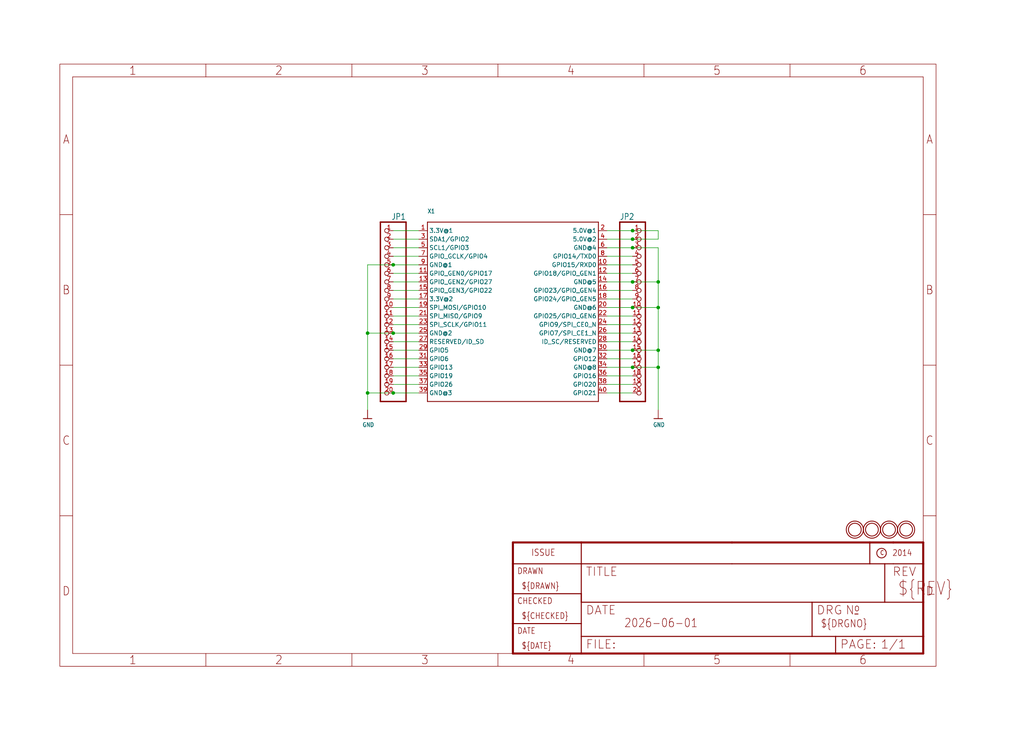
<source format=kicad_sch>
(kicad_sch (version 20230121) (generator eeschema)
  (paper "User" 304.267 217.322)
  (lib_symbols
    (symbol "working-eagle-import:FRAME_A4"
      (symbol "FRAME_A4_1_0"
        (polyline (pts (xy 0 44.7675) (xy 3.81 44.7675)))
        (polyline (pts (xy 0 89.535) (xy 3.81 89.535)))
        (polyline (pts (xy 0 134.3025) (xy 3.81 134.3025)))
        (polyline (pts (xy 3.81 3.81) (xy 3.81 175.26)))
        (polyline (pts (xy 43.3917 0) (xy 43.3917 3.81)))
        (polyline (pts (xy 43.3917 175.26) (xy 43.3917 179.07)))
        (polyline (pts (xy 86.7833 0) (xy 86.7833 3.81)))
        (polyline (pts (xy 86.7833 175.26) (xy 86.7833 179.07)))
        (polyline (pts (xy 130.175 0) (xy 130.175 3.81)))
        (polyline (pts (xy 130.175 175.26) (xy 130.175 179.07)))
        (polyline (pts (xy 173.5667 0) (xy 173.5667 3.81)))
        (polyline (pts (xy 173.5667 175.26) (xy 173.5667 179.07)))
        (polyline (pts (xy 216.9583 0) (xy 216.9583 3.81)))
        (polyline (pts (xy 216.9583 175.26) (xy 216.9583 179.07)))
        (polyline (pts (xy 256.54 3.81) (xy 3.81 3.81)))
        (polyline (pts (xy 256.54 3.81) (xy 256.54 8.89)) (stroke (width 0.1016)))
        (polyline (pts (xy 256.54 3.81) (xy 256.54 175.26)))
        (polyline (pts (xy 256.54 8.89) (xy 256.54 13.97)) (stroke (width 0.1016)))
        (polyline (pts (xy 256.54 13.97) (xy 256.54 19.05)) (stroke (width 0.1016)))
        (polyline (pts (xy 256.54 19.05) (xy 256.54 36.83)) (stroke (width 0.1016)))
        (polyline (pts (xy 256.54 44.7675) (xy 260.35 44.7675)))
        (polyline (pts (xy 256.54 89.535) (xy 260.35 89.535)))
        (polyline (pts (xy 256.54 134.3025) (xy 260.35 134.3025)))
        (polyline (pts (xy 256.54 175.26) (xy 3.81 175.26)))
        (polyline (pts (xy 0 0) (xy 260.35 0) (xy 260.35 179.07) (xy 0 179.07) (xy 0 0)))
        (text "1" (at 21.6958 1.905 0) (effects (font (size 2.54 2.286))))
        (text "1" (at 21.6958 177.165 0) (effects (font (size 2.54 2.286))))
        (text "2" (at 65.0875 1.905 0) (effects (font (size 2.54 2.286))))
        (text "2" (at 65.0875 177.165 0) (effects (font (size 2.54 2.286))))
        (text "3" (at 108.4792 1.905 0) (effects (font (size 2.54 2.286))))
        (text "3" (at 108.4792 177.165 0) (effects (font (size 2.54 2.286))))
        (text "4" (at 151.8708 1.905 0) (effects (font (size 2.54 2.286))))
        (text "4" (at 151.8708 177.165 0) (effects (font (size 2.54 2.286))))
        (text "5" (at 195.2625 1.905 0) (effects (font (size 2.54 2.286))))
        (text "5" (at 195.2625 177.165 0) (effects (font (size 2.54 2.286))))
        (text "6" (at 238.6542 1.905 0) (effects (font (size 2.54 2.286))))
        (text "6" (at 238.6542 177.165 0) (effects (font (size 2.54 2.286))))
        (text "A" (at 1.905 156.6863 0) (effects (font (size 2.54 2.286))))
        (text "A" (at 258.445 156.6863 0) (effects (font (size 2.54 2.286))))
        (text "B" (at 1.905 111.9188 0) (effects (font (size 2.54 2.286))))
        (text "B" (at 258.445 111.9188 0) (effects (font (size 2.54 2.286))))
        (text "C" (at 1.905 67.1513 0) (effects (font (size 2.54 2.286))))
        (text "C" (at 258.445 67.1513 0) (effects (font (size 2.54 2.286))))
        (text "D" (at 1.905 22.3838 0) (effects (font (size 2.54 2.286))))
        (text "D" (at 258.445 22.3838 0) (effects (font (size 2.54 2.286))))
      )
      (symbol "FRAME_A4_2_0"
        (polyline (pts (xy 0 1.27) (xy 20.32 1.27)) (stroke (width 0.6096)))
        (polyline (pts (xy 0 10.16) (xy 0 1.27)) (stroke (width 0.6096)))
        (polyline (pts (xy 0 10.16) (xy 20.32 10.16)) (stroke (width 0.3048)))
        (polyline (pts (xy 0 19.05) (xy 0 10.16)) (stroke (width 0.6096)))
        (polyline (pts (xy 0 19.05) (xy 20.32 19.05)) (stroke (width 0.3048)))
        (polyline (pts (xy 0 27.94) (xy 0 19.05)) (stroke (width 0.6096)))
        (polyline (pts (xy 0 27.94) (xy 20.32 27.94)) (stroke (width 0.3048)))
        (polyline (pts (xy 0 34.29) (xy 0 27.94)) (stroke (width 0.6096)))
        (polyline (pts (xy 20.32 1.27) (xy 20.32 6.35)) (stroke (width 0.3048)))
        (polyline (pts (xy 20.32 1.27) (xy 95.885 1.27)) (stroke (width 0.6096)))
        (polyline (pts (xy 20.32 6.35) (xy 20.32 10.16)) (stroke (width 0.3048)))
        (polyline (pts (xy 20.32 6.35) (xy 88.9 6.35)) (stroke (width 0.3048)))
        (polyline (pts (xy 20.32 10.16) (xy 20.32 19.05)) (stroke (width 0.3048)))
        (polyline (pts (xy 20.32 16.51) (xy 20.32 19.05)) (stroke (width 0.3048)))
        (polyline (pts (xy 20.32 19.05) (xy 20.32 27.94)) (stroke (width 0.3048)))
        (polyline (pts (xy 20.32 27.94) (xy 20.32 34.29)) (stroke (width 0.3048)))
        (polyline (pts (xy 20.32 27.94) (xy 65.0875 27.94)) (stroke (width 0.3048)))
        (polyline (pts (xy 20.32 34.29) (xy 0 34.29)) (stroke (width 0.6096)))
        (polyline (pts (xy 65.0875 27.94) (xy 106.045 27.94)) (stroke (width 0.3048)))
        (polyline (pts (xy 65.0875 34.29) (xy 20.32 34.29)) (stroke (width 0.6096)))
        (polyline (pts (xy 88.9 6.35) (xy 95.885 6.35)) (stroke (width 0.3048)))
        (polyline (pts (xy 88.9 16.51) (xy 20.32 16.51)) (stroke (width 0.3048)))
        (polyline (pts (xy 88.9 16.51) (xy 88.9 6.35)) (stroke (width 0.3048)))
        (polyline (pts (xy 95.885 1.27) (xy 121.92 1.27)) (stroke (width 0.6096)))
        (polyline (pts (xy 95.885 6.35) (xy 95.885 1.27)) (stroke (width 0.3048)))
        (polyline (pts (xy 95.885 6.35) (xy 121.92 6.35)) (stroke (width 0.3048)))
        (polyline (pts (xy 101.6 13.0175) (xy 102.5525 13.0175)) (stroke (width 0.254)))
        (polyline (pts (xy 106.045 27.94) (xy 106.045 34.29)) (stroke (width 0.3048)))
        (polyline (pts (xy 106.045 27.94) (xy 110.49 27.94)) (stroke (width 0.3048)))
        (polyline (pts (xy 106.045 34.29) (xy 65.0875 34.29)) (stroke (width 0.6096)))
        (polyline (pts (xy 110.49 16.51) (xy 88.9 16.51)) (stroke (width 0.3048)))
        (polyline (pts (xy 110.49 27.94) (xy 110.49 16.51)) (stroke (width 0.3048)))
        (polyline (pts (xy 110.49 27.94) (xy 113.03 27.94)) (stroke (width 0.3048)))
        (polyline (pts (xy 113.03 27.94) (xy 121.92 27.94)) (stroke (width 0.3048)))
        (polyline (pts (xy 113.03 34.29) (xy 106.045 34.29)) (stroke (width 0.6096)))
        (polyline (pts (xy 121.92 6.35) (xy 121.92 1.27)) (stroke (width 0.6096)))
        (polyline (pts (xy 121.92 16.51) (xy 110.49 16.51)) (stroke (width 0.3048)))
        (polyline (pts (xy 121.92 16.51) (xy 121.92 6.35)) (stroke (width 0.6096)))
        (polyline (pts (xy 121.92 27.94) (xy 121.92 16.51)) (stroke (width 0.6096)))
        (polyline (pts (xy 121.92 34.29) (xy 113.03 34.29)) (stroke (width 0.6096)))
        (polyline (pts (xy 121.92 34.29) (xy 121.92 27.94)) (stroke (width 0.6096)))
        (circle (center 109.5375 31.115) (radius 1.4199) (stroke (width 0.254)))
        (text "${#}/${##}" (at 109.22 2.54 0) (effects (font (size 2.54 2.54)) (justify left bottom)))
        (text "${CHECKED}" (at 2.54 11.43 0) (effects (font (size 1.778 1.5113)) (justify left bottom)))
        (text "${COMPANY}" (at 23.6538 29.3687 0) (effects (font (size 3.175 2.6987) (thickness 0.5397) bold) (justify left bottom)))
        (text "${CURRENT_DATE}" (at 33.02 8.89 0) (effects (font (size 2.54 2.159)) (justify left bottom)))
        (text "${DATE}" (at 2.54 2.54 0) (effects (font (size 1.778 1.5113)) (justify left bottom)))
        (text "${DRAWN}" (at 2.54 20.32 0) (effects (font (size 1.778 1.5113)) (justify left bottom)))
        (text "${DRGNO}" (at 91.44 8.89 0) (effects (font (size 2.1844 1.8567)) (justify left bottom)))
        (text "${PROJECTNAME}" (at 33.3375 2.54 0) (effects (font (size 2.54 2.159)) (justify left bottom)))
        (text "${REV}" (at 114.3 18.415 0) (effects (font (size 3.81 3.2385)) (justify left bottom)))
        (text "2014" (at 112.7125 30.1625 0) (effects (font (size 1.778 1.5113)) (justify left bottom)))
        (text "C" (at 109.0612 30.48 0) (effects (font (size 1.27 1.0795)) (justify left bottom)))
        (text "CHECKED" (at 1.27 15.875 0) (effects (font (size 1.778 1.5113)) (justify left bottom)))
        (text "DATE" (at 1.27 6.985 0) (effects (font (size 1.778 1.5113)) (justify left bottom)))
        (text "DATE" (at 21.59 12.7 0) (effects (font (size 2.54 2.54)) (justify left bottom)))
        (text "DRAWN" (at 1.27 24.765 0) (effects (font (size 1.778 1.5113)) (justify left bottom)))
        (text "DRG" (at 90.17 12.7 0) (effects (font (size 2.54 2.54)) (justify left bottom)))
        (text "FILE:" (at 21.59 2.54 0) (effects (font (size 2.54 2.54)) (justify left bottom)))
        (text "ISSUE" (at 5.3975 30.1625 0) (effects (font (size 1.9304 1.6408)) (justify left bottom)))
        (text "N" (at 98.7425 12.7 0) (effects (font (size 2.54 2.54)) (justify left bottom)))
        (text "o" (at 101.2825 13.6525 0) (effects (font (size 2.1844 1.8567)) (justify left bottom)))
        (text "PAGE:" (at 97.155 2.54 0) (effects (font (size 2.54 2.54)) (justify left bottom)))
        (text "REV" (at 112.7125 24.13 0) (effects (font (size 2.54 2.54)) (justify left bottom)))
        (text "TITLE" (at 21.59 24.13 0) (effects (font (size 2.54 2.54)) (justify left bottom)))
      )
    )
    (symbol "working-eagle-import:GND" (power)
      (property "Value" "GND" (at -1.524 -2.54 0))
      (symbol "GND_1_0"
        (polyline (pts (xy -1.27 0) (xy 1.27 0)) (stroke (width 0.254)))
        (pin power_in line (at 0 2.54 270) (length 2.54) (name "GND") (number "1"))
      )
    )
    (symbol "working-eagle-import:HEADER-1X20ROUND"
      (property "Reference" "JP" (at -6.35 26.035 0))
      (symbol "HEADER-1X20ROUND_1_0"
        (polyline (pts (xy -6.35 -27.94) (xy 1.27 -27.94)) (stroke (width 0.4064)))
        (polyline (pts (xy -6.35 25.4) (xy -6.35 -27.94)) (stroke (width 0.4064)))
        (polyline (pts (xy 1.27 -27.94) (xy 1.27 25.4)) (stroke (width 0.4064)))
        (polyline (pts (xy 1.27 25.4) (xy -6.35 25.4)) (stroke (width 0.4064)))
        (pin passive inverted (at -2.54 22.86 0) (length 2.54) (name "1") (number "1"))
        (pin passive inverted (at -2.54 0 0) (length 2.54) (name "10") (number "10"))
        (pin passive inverted (at -2.54 -2.54 0) (length 2.54) (name "11") (number "11"))
        (pin passive inverted (at -2.54 -5.08 0) (length 2.54) (name "12") (number "12"))
        (pin passive inverted (at -2.54 -7.62 0) (length 2.54) (name "13") (number "13"))
        (pin passive inverted (at -2.54 -10.16 0) (length 2.54) (name "14") (number "14"))
        (pin passive inverted (at -2.54 -12.7 0) (length 2.54) (name "15") (number "15"))
        (pin passive inverted (at -2.54 -15.24 0) (length 2.54) (name "16") (number "16"))
        (pin passive inverted (at -2.54 -17.78 0) (length 2.54) (name "17") (number "17"))
        (pin passive inverted (at -2.54 -20.32 0) (length 2.54) (name "18") (number "18"))
        (pin passive inverted (at -2.54 -22.86 0) (length 2.54) (name "19") (number "19"))
        (pin passive inverted (at -2.54 20.32 0) (length 2.54) (name "2") (number "2"))
        (pin passive inverted (at -2.54 -25.4 0) (length 2.54) (name "20") (number "20"))
        (pin passive inverted (at -2.54 17.78 0) (length 2.54) (name "3") (number "3"))
        (pin passive inverted (at -2.54 15.24 0) (length 2.54) (name "4") (number "4"))
        (pin passive inverted (at -2.54 12.7 0) (length 2.54) (name "5") (number "5"))
        (pin passive inverted (at -2.54 10.16 0) (length 2.54) (name "6") (number "6"))
        (pin passive inverted (at -2.54 7.62 0) (length 2.54) (name "7") (number "7"))
        (pin passive inverted (at -2.54 5.08 0) (length 2.54) (name "8") (number "8"))
        (pin passive inverted (at -2.54 2.54 0) (length 2.54) (name "9") (number "9"))
      )
    )
    (symbol "working-eagle-import:MOUNTINGHOLE2.5_THICK"
      (symbol "MOUNTINGHOLE2.5_THICK_1_0"
        (circle (center 0 0) (radius 1.905) (stroke (width 0.254)))
        (circle (center 0 0) (radius 2.54) (stroke (width 0.254)))
      )
    )
    (symbol "working-eagle-import:RASPBERRYPI_B+_IDC"
      (property "Reference" "X" (at -25.4 27.94 0))
      (symbol "RASPBERRYPI_B+_IDC_1_0"
        (polyline (pts (xy -25.4 -27.94) (xy -25.4 25.4)) (stroke (width 0.254)))
        (polyline (pts (xy -25.4 25.4) (xy 25.4 25.4)) (stroke (width 0.254)))
        (polyline (pts (xy 25.4 -27.94) (xy -25.4 -27.94)) (stroke (width 0.254)))
        (polyline (pts (xy 25.4 25.4) (xy 25.4 -27.94)) (stroke (width 0.254)))
        (pin power_in line (at -27.94 22.86 0) (length 2.54) (name "3.3V@1") (number "1"))
        (pin bidirectional line (at 27.94 12.7 180) (length 2.54) (name "GPIO15/RXD0") (number "10"))
        (pin bidirectional line (at -27.94 10.16 0) (length 2.54) (name "GPIO_GEN0/GPIO17") (number "11"))
        (pin bidirectional line (at 27.94 10.16 180) (length 2.54) (name "GPIO18/GPIO_GEN1") (number "12"))
        (pin bidirectional line (at -27.94 7.62 0) (length 2.54) (name "GPIO_GEN2/GPIO27") (number "13"))
        (pin power_in line (at 27.94 7.62 180) (length 2.54) (name "GND@5") (number "14"))
        (pin bidirectional line (at -27.94 5.08 0) (length 2.54) (name "GPIO_GEN3/GPIO22") (number "15"))
        (pin bidirectional line (at 27.94 5.08 180) (length 2.54) (name "GPIO23/GPIO_GEN4") (number "16"))
        (pin power_in line (at -27.94 2.54 0) (length 2.54) (name "3.3V@2") (number "17"))
        (pin bidirectional line (at 27.94 2.54 180) (length 2.54) (name "GPIO24/GPIO_GEN5") (number "18"))
        (pin bidirectional line (at -27.94 0 0) (length 2.54) (name "SPI_MOSI/GPIO10") (number "19"))
        (pin power_in line (at 27.94 22.86 180) (length 2.54) (name "5.0V@1") (number "2"))
        (pin power_in line (at 27.94 0 180) (length 2.54) (name "GND@6") (number "20"))
        (pin input line (at -27.94 -2.54 0) (length 2.54) (name "SPI_MISO/GPIO9") (number "21"))
        (pin bidirectional line (at 27.94 -2.54 180) (length 2.54) (name "GPIO25/GPIO_GEN6") (number "22"))
        (pin bidirectional line (at -27.94 -5.08 0) (length 2.54) (name "SPI_SCLK/GPIO11") (number "23"))
        (pin bidirectional line (at 27.94 -5.08 180) (length 2.54) (name "GPIO9/SPI_CE0_N") (number "24"))
        (pin power_in line (at -27.94 -7.62 0) (length 2.54) (name "GND@2") (number "25"))
        (pin bidirectional line (at 27.94 -7.62 180) (length 2.54) (name "GPIO7/SPI_CE1_N") (number "26"))
        (pin bidirectional line (at -27.94 -10.16 0) (length 2.54) (name "RESERVED/ID_SD") (number "27"))
        (pin bidirectional line (at 27.94 -10.16 180) (length 2.54) (name "ID_SC/RESERVED") (number "28"))
        (pin bidirectional line (at -27.94 -12.7 0) (length 2.54) (name "GPIO5") (number "29"))
        (pin bidirectional line (at -27.94 20.32 0) (length 2.54) (name "SDA1/GPIO2") (number "3"))
        (pin power_in line (at 27.94 -12.7 180) (length 2.54) (name "GND@7") (number "30"))
        (pin bidirectional line (at -27.94 -15.24 0) (length 2.54) (name "GPIO6") (number "31"))
        (pin bidirectional line (at 27.94 -15.24 180) (length 2.54) (name "GPIO12") (number "32"))
        (pin bidirectional line (at -27.94 -17.78 0) (length 2.54) (name "GPIO13") (number "33"))
        (pin power_in line (at 27.94 -17.78 180) (length 2.54) (name "GND@8") (number "34"))
        (pin bidirectional line (at -27.94 -20.32 0) (length 2.54) (name "GPIO19") (number "35"))
        (pin bidirectional line (at 27.94 -20.32 180) (length 2.54) (name "GPIO16") (number "36"))
        (pin bidirectional line (at -27.94 -22.86 0) (length 2.54) (name "GPIO26") (number "37"))
        (pin bidirectional line (at 27.94 -22.86 180) (length 2.54) (name "GPIO20") (number "38"))
        (pin power_in line (at -27.94 -25.4 0) (length 2.54) (name "GND@3") (number "39"))
        (pin power_in line (at 27.94 20.32 180) (length 2.54) (name "5.0V@2") (number "4"))
        (pin bidirectional line (at 27.94 -25.4 180) (length 2.54) (name "GPIO21") (number "40"))
        (pin bidirectional line (at -27.94 17.78 0) (length 2.54) (name "SCL1/GPIO3") (number "5"))
        (pin power_in line (at 27.94 17.78 180) (length 2.54) (name "GND@4") (number "6"))
        (pin bidirectional line (at -27.94 15.24 0) (length 2.54) (name "GPIO_GCLK/GPIO4") (number "7"))
        (pin bidirectional line (at 27.94 15.24 180) (length 2.54) (name "GPIO14/TXD0") (number "8"))
        (pin power_in line (at -27.94 12.7 0) (length 2.54) (name "GND@1") (number "9"))
      )
    )
  )
  (junction (at 187.96 91.44))
  (junction (at 187.96 109.22))
  (junction (at 195.58 109.22))
  (junction (at 195.58 83.82))
  (junction (at 109.22 116.84))
  (junction (at 195.58 91.44))
  (junction (at 116.84 116.84))
  (junction (at 187.96 83.82))
  (junction (at 195.58 104.14))
  (junction (at 187.96 73.66))
  (junction (at 187.96 68.58))
  (junction (at 109.22 99.06))
  (junction (at 116.84 78.74))
  (junction (at 116.84 99.06))
  (junction (at 187.96 104.14))
  (junction (at 187.96 71.12))
  (wire (pts (xy 187.96 68.58) (xy 180.34 68.58)) (stroke (width 0.1524)))
  (wire (pts (xy 187.96 68.58) (xy 195.58 68.58)) (stroke (width 0.1524)))
  (wire (pts (xy 116.84 99.06) (xy 124.46 99.06)) (stroke (width 0.1524)))
  (wire (pts (xy 116.84 73.66) (xy 124.46 73.66)) (stroke (width 0.1524)))
  (wire (pts (xy 187.96 99.06) (xy 180.34 99.06)) (stroke (width 0.1524)))
  (wire (pts (xy 195.58 71.12) (xy 187.96 71.12)) (stroke (width 0.1524)))
  (wire (pts (xy 195.58 91.44) (xy 195.58 104.14)) (stroke (width 0.1524)))
  (wire (pts (xy 116.84 106.68) (xy 124.46 106.68)) (stroke (width 0.1524)))
  (wire (pts (xy 187.96 96.52) (xy 180.34 96.52)) (stroke (width 0.1524)))
  (wire (pts (xy 116.84 116.84) (xy 109.22 116.84)) (stroke (width 0.1524)))
  (wire (pts (xy 116.84 93.98) (xy 124.46 93.98)) (stroke (width 0.1524)))
  (wire (pts (xy 116.84 68.58) (xy 124.46 68.58)) (stroke (width 0.1524)))
  (wire (pts (xy 116.84 111.76) (xy 124.46 111.76)) (stroke (width 0.1524)))
  (wire (pts (xy 116.84 83.82) (xy 124.46 83.82)) (stroke (width 0.1524)))
  (wire (pts (xy 109.22 78.74) (xy 109.22 99.06)) (stroke (width 0.1524)))
  (wire (pts (xy 187.96 76.2) (xy 180.34 76.2)) (stroke (width 0.1524)))
  (wire (pts (xy 116.84 76.2) (xy 124.46 76.2)) (stroke (width 0.1524)))
  (wire (pts (xy 187.96 81.28) (xy 180.34 81.28)) (stroke (width 0.1524)))
  (wire (pts (xy 116.84 81.28) (xy 124.46 81.28)) (stroke (width 0.1524)))
  (wire (pts (xy 187.96 83.82) (xy 180.34 83.82)) (stroke (width 0.1524)))
  (wire (pts (xy 116.84 114.3) (xy 124.46 114.3)) (stroke (width 0.1524)))
  (wire (pts (xy 187.96 73.66) (xy 195.58 73.66)) (stroke (width 0.1524)))
  (wire (pts (xy 116.84 88.9) (xy 124.46 88.9)) (stroke (width 0.1524)))
  (wire (pts (xy 187.96 93.98) (xy 180.34 93.98)) (stroke (width 0.1524)))
  (wire (pts (xy 116.84 101.6) (xy 124.46 101.6)) (stroke (width 0.1524)))
  (wire (pts (xy 116.84 86.36) (xy 124.46 86.36)) (stroke (width 0.1524)))
  (wire (pts (xy 116.84 99.06) (xy 109.22 99.06)) (stroke (width 0.1524)))
  (wire (pts (xy 116.84 104.14) (xy 124.46 104.14)) (stroke (width 0.1524)))
  (wire (pts (xy 109.22 116.84) (xy 109.22 121.92)) (stroke (width 0.1524)))
  (wire (pts (xy 187.96 109.22) (xy 180.34 109.22)) (stroke (width 0.1524)))
  (wire (pts (xy 187.96 106.68) (xy 180.34 106.68)) (stroke (width 0.1524)))
  (wire (pts (xy 195.58 104.14) (xy 195.58 109.22)) (stroke (width 0.1524)))
  (wire (pts (xy 187.96 86.36) (xy 180.34 86.36)) (stroke (width 0.1524)))
  (wire (pts (xy 187.96 104.14) (xy 180.34 104.14)) (stroke (width 0.1524)))
  (wire (pts (xy 116.84 91.44) (xy 124.46 91.44)) (stroke (width 0.1524)))
  (wire (pts (xy 195.58 83.82) (xy 195.58 91.44)) (stroke (width 0.1524)))
  (wire (pts (xy 116.84 109.22) (xy 124.46 109.22)) (stroke (width 0.1524)))
  (wire (pts (xy 195.58 68.58) (xy 195.58 71.12)) (stroke (width 0.1524)))
  (wire (pts (xy 187.96 109.22) (xy 195.58 109.22)) (stroke (width 0.1524)))
  (wire (pts (xy 187.96 101.6) (xy 180.34 101.6)) (stroke (width 0.1524)))
  (wire (pts (xy 195.58 73.66) (xy 195.58 83.82)) (stroke (width 0.1524)))
  (wire (pts (xy 187.96 116.84) (xy 180.34 116.84)) (stroke (width 0.1524)))
  (wire (pts (xy 109.22 99.06) (xy 109.22 116.84)) (stroke (width 0.1524)))
  (wire (pts (xy 187.96 73.66) (xy 180.34 73.66)) (stroke (width 0.1524)))
  (wire (pts (xy 187.96 91.44) (xy 180.34 91.44)) (stroke (width 0.1524)))
  (wire (pts (xy 187.96 78.74) (xy 180.34 78.74)) (stroke (width 0.1524)))
  (wire (pts (xy 187.96 114.3) (xy 180.34 114.3)) (stroke (width 0.1524)))
  (wire (pts (xy 187.96 71.12) (xy 180.34 71.12)) (stroke (width 0.1524)))
  (wire (pts (xy 187.96 83.82) (xy 195.58 83.82)) (stroke (width 0.1524)))
  (wire (pts (xy 116.84 116.84) (xy 124.46 116.84)) (stroke (width 0.1524)))
  (wire (pts (xy 187.96 91.44) (xy 195.58 91.44)) (stroke (width 0.1524)))
  (wire (pts (xy 187.96 111.76) (xy 180.34 111.76)) (stroke (width 0.1524)))
  (wire (pts (xy 116.84 71.12) (xy 124.46 71.12)) (stroke (width 0.1524)))
  (wire (pts (xy 116.84 78.74) (xy 109.22 78.74)) (stroke (width 0.1524)))
  (wire (pts (xy 116.84 78.74) (xy 124.46 78.74)) (stroke (width 0.1524)))
  (wire (pts (xy 187.96 88.9) (xy 180.34 88.9)) (stroke (width 0.1524)))
  (wire (pts (xy 187.96 104.14) (xy 195.58 104.14)) (stroke (width 0.1524)))
  (wire (pts (xy 195.58 109.22) (xy 195.58 121.92)) (stroke (width 0.1524)))
  (wire (pts (xy 116.84 96.52) (xy 124.46 96.52)) (stroke (width 0.1524)))
  (symbol (lib_id "working-eagle-import:RASPBERRYPI_B+_IDC") (at 152.4 91.44 0) (unit 1)
    (property "Reference" "X1" (at 127 63.5 0) (effects (font (size 1.27 1.0795)) (justify left bottom)))
    (property "Value" "RASPBERRYPI_B+_IDC" (effects hide))
    (property "Footprint" "working:RASPBERRYPI_B+_IDC" (effects hide))
  )
  (symbol (lib_id "working-eagle-import:GND") (at 109.22 124.46 0) (unit 1)
    (property "Reference" "#U$6" (effects hide))
    (property "Value" "GND" (at 107.696 127 0) (effects (font (size 1.27 1.0795)) (justify left bottom)))
  )
  (symbol (lib_id "working-eagle-import:MOUNTINGHOLE2.5_THICK") (at 264.16 157.48 0) (unit 1)
    (property "Reference" "U$3" (effects hide))
    (property "Value" "MOUNTINGHOLE2.5_THICK" (effects hide))
    (property "Footprint" "working:MOUNTINGHOLE_2.5_PLATED_THICK" (effects hide))
  )
  (symbol (lib_id "working-eagle-import:MOUNTINGHOLE2.5_THICK") (at 254 157.48 0) (unit 1)
    (property "Reference" "U$2" (effects hide))
    (property "Value" "MOUNTINGHOLE2.5_THICK" (effects hide))
    (property "Footprint" "working:MOUNTINGHOLE_2.5_PLATED_THICK" (effects hide))
  )
  (symbol (lib_id "working-eagle-import:FRAME_A4") (at 17.78 198.12 0) (unit 1)
    (property "Reference" "#FRAME1" (effects hide))
    (property "Value" "FRAME_A4" (effects hide))
  )
  (symbol (lib_id "working-eagle-import:HEADER-1X20ROUND") (at 190.5 91.44 0) (unit 1)
    (property "Reference" "JP2" (at 184.15 65.405 0) (effects (font (size 1.778 1.5113)) (justify left bottom)))
    (property "Value" "HEADER-1X20ROUND" (effects hide))
    (property "Footprint" "working:1X20_ROUND" (effects hide))
  )
  (symbol (lib_id "working-eagle-import:FRAME_A4") (at 152.4 195.58 0) (unit 2)
    (property "Reference" "#FRAME1" (effects hide))
    (property "Value" "FRAME_A4" (effects hide))
  )
  (symbol (lib_id "working-eagle-import:MOUNTINGHOLE2.5_THICK") (at 259.08 157.48 0) (unit 1)
    (property "Reference" "U$4" (effects hide))
    (property "Value" "MOUNTINGHOLE2.5_THICK" (effects hide))
    (property "Footprint" "working:MOUNTINGHOLE_2.5_PLATED_THICK" (effects hide))
  )
  (symbol (lib_id "working-eagle-import:GND") (at 195.58 124.46 0) (unit 1)
    (property "Reference" "#U$7" (effects hide))
    (property "Value" "GND" (at 194.056 127 0) (effects (font (size 1.27 1.0795)) (justify left bottom)))
  )
  (symbol (lib_id "working-eagle-import:HEADER-1X20ROUND") (at 114.3 91.44 0) (mirror y) (unit 1)
    (property "Reference" "JP1" (at 120.65 65.405 0) (effects (font (size 1.778 1.5113)) (justify left bottom)))
    (property "Value" "HEADER-1X20ROUND" (effects hide))
    (property "Footprint" "working:1X20_ROUND" (effects hide))
  )
  (symbol (lib_id "working-eagle-import:MOUNTINGHOLE2.5_THICK") (at 269.24 157.48 0) (unit 1)
    (property "Reference" "U$1" (effects hide))
    (property "Value" "MOUNTINGHOLE2.5_THICK" (effects hide))
    (property "Footprint" "working:MOUNTINGHOLE_2.5_PLATED_THICK" (effects hide))
  )
)
</source>
